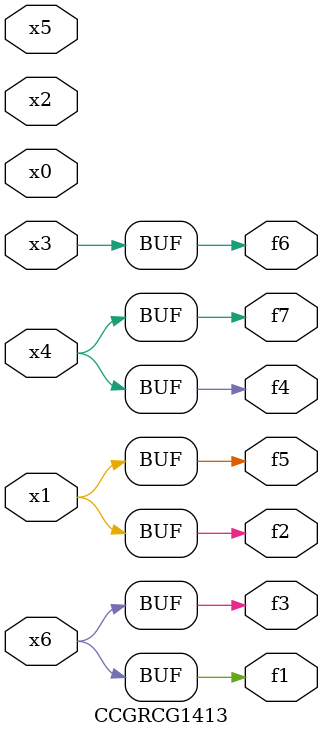
<source format=v>
module CCGRCG1413(
	input x0, x1, x2, x3, x4, x5, x6,
	output f1, f2, f3, f4, f5, f6, f7
);
	assign f1 = x6;
	assign f2 = x1;
	assign f3 = x6;
	assign f4 = x4;
	assign f5 = x1;
	assign f6 = x3;
	assign f7 = x4;
endmodule

</source>
